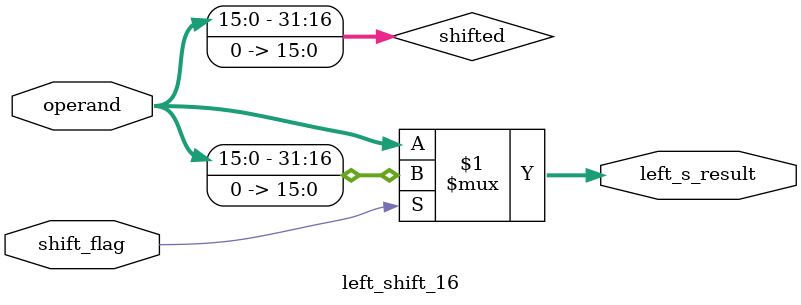
<source format=v>
module left_shift_16 (shift_flag,left_s_result,operand);
	input[31:0] operand;
	input shift_flag;
	output[31:0] left_s_result;

	wire[31:0] shifted;
	assign shifted[31:16] = operand[15:0];
	assign shifted[15:0] = 16'b0;

	assign left_s_result = shift_flag ? shifted:operand;	


endmodule
</source>
